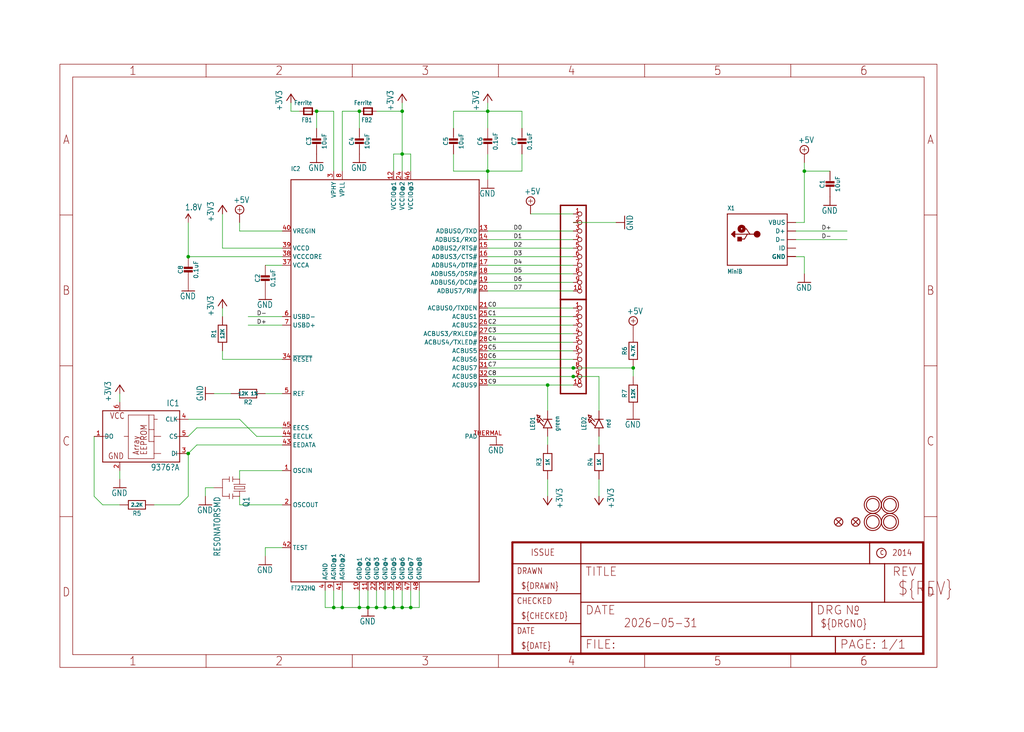
<source format=kicad_sch>
(kicad_sch (version 20230121) (generator eeschema)
  (paper "User" 303.962 217.322)
  (lib_symbols
    (symbol "working-eagle-import:+3V3" (power)
      (property "Value" "+3V3" (at -2.54 -5.08 90))
      (symbol "+3V3_1_0"
        (pin power_in line (at 0 -2.54 90) (length 2.54) (name "+3V3") (number "1"))
      )
    )
    (symbol "working-eagle-import:+5V" (power)
      (property "Value" "+5V" (at -1.905 3.175 0))
      (symbol "+5V_1_0"
        (pin power_in line (at 0 -2.54 90) (length 2.54) (name "+5V") (number "1"))
      )
    )
    (symbol "working-eagle-import:1.8V" (power)
      (property "Value" "1.8V" (at -1.016 3.556 0))
      (symbol "1.8V_1_0"
        (pin power_in line (at 0 0 90) (length 2.54) (name "1.8V") (number "1"))
      )
    )
    (symbol "working-eagle-import:9376?A"
      (property "Reference" "IC" (at -10.16 8.89 0))
      (symbol "9376?A_1_0"
        (text "Array" (at 3.81 -5.588 900) (effects (font (size 1.778 1.5113)) (justify left bottom)))
        (text "EEPROM" (at 1.524 -5.588 900) (effects (font (size 1.778 1.5113)) (justify left bottom)))
        (text "GND" (at 6.35 -6.858 0) (effects (font (size 1.778 1.5113)) (justify left bottom)))
        (text "VCC" (at 6.096 5.08 0) (effects (font (size 1.778 1.5113)) (justify left bottom)))
        (pin tri_state line (at 15.24 0 180) (length 2.54) (name "DO") (number "1"))
        (pin power_in line (at 7.62 -10.16 90) (length 2.54) (name "GND") (number "2"))
        (pin input line (at -12.7 -5.08 0) (length 2.54) (name "DI") (number "3"))
        (pin input line (at -12.7 5.08 0) (length 2.54) (name "CLK") (number "4"))
        (pin input line (at -12.7 0 0) (length 2.54) (name "CS") (number "5"))
        (pin power_in line (at 7.62 10.16 270) (length 2.54) (name "VCC") (number "6"))
      )
    )
    (symbol "working-eagle-import:CAP_CERAMIC0805-NOOUTLINE"
      (property "Reference" "C" (at -2.29 1.25 90))
      (symbol "CAP_CERAMIC0805-NOOUTLINE_1_0"
        (pin passive line (at 0 5.08 270) (length 2.54) (name "1") (number "1"))
        (pin passive line (at 0 -2.54 90) (length 2.54) (name "2") (number "2"))
      )
    )
    (symbol "working-eagle-import:FERRITE_0805"
      (property "Reference" "FB" (at -1.27 1.905 0))
      (symbol "FERRITE_0805_1_0"
        (pin passive line (at -2.54 0 0) (length 2.54) (name "P$1") (number "1"))
        (pin passive line (at 2.54 0 180) (length 2.54) (name "P$2") (number "2"))
      )
    )
    (symbol "working-eagle-import:FIDUCIAL{dblquote}{dblquote}")
    (symbol "working-eagle-import:FRAME_A4"
      (symbol "FRAME_A4_1_0"
        (text "1" (at 21.6958 1.905 0) (effects (font (size 2.54 2.286))))
        (text "1" (at 21.6958 177.165 0) (effects (font (size 2.54 2.286))))
        (text "2" (at 65.0875 1.905 0) (effects (font (size 2.54 2.286))))
        (text "2" (at 65.0875 177.165 0) (effects (font (size 2.54 2.286))))
        (text "3" (at 108.4792 1.905 0) (effects (font (size 2.54 2.286))))
        (text "3" (at 108.4792 177.165 0) (effects (font (size 2.54 2.286))))
        (text "4" (at 151.8708 1.905 0) (effects (font (size 2.54 2.286))))
        (text "4" (at 151.8708 177.165 0) (effects (font (size 2.54 2.286))))
        (text "5" (at 195.2625 1.905 0) (effects (font (size 2.54 2.286))))
        (text "5" (at 195.2625 177.165 0) (effects (font (size 2.54 2.286))))
        (text "6" (at 238.6542 1.905 0) (effects (font (size 2.54 2.286))))
        (text "6" (at 238.6542 177.165 0) (effects (font (size 2.54 2.286))))
        (text "A" (at 1.905 156.6863 0) (effects (font (size 2.54 2.286))))
        (text "A" (at 258.445 156.6863 0) (effects (font (size 2.54 2.286))))
        (text "B" (at 1.905 111.9188 0) (effects (font (size 2.54 2.286))))
        (text "B" (at 258.445 111.9188 0) (effects (font (size 2.54 2.286))))
        (text "C" (at 1.905 67.1513 0) (effects (font (size 2.54 2.286))))
        (text "C" (at 258.445 67.1513 0) (effects (font (size 2.54 2.286))))
        (text "D" (at 1.905 22.3838 0) (effects (font (size 2.54 2.286))))
        (text "D" (at 258.445 22.3838 0) (effects (font (size 2.54 2.286))))
      )
      (symbol "FRAME_A4_2_0"
        (text "${#}/${##}" (at 108.9152 2.8448 0) (effects (font (size 2.54 2.54)) (justify left bottom)))
        (text "${CHECKED}" (at 2.2352 11.7348 0) (effects (font (size 1.778 1.5113)) (justify left bottom)))
        (text "${COMPANY}" (at 23.349 29.6735 0) (effects (font (size 3.175 2.6987) (thickness 0.5397) bold) (justify left bottom)))
        (text "${CURRENT_DATE}" (at 32.7152 9.1948 0) (effects (font (size 2.54 2.159)) (justify left bottom)))
        (text "${DATE}" (at 2.2352 2.8448 0) (effects (font (size 1.778 1.5113)) (justify left bottom)))
        (text "${DRAWN}" (at 2.2352 20.6248 0) (effects (font (size 1.778 1.5113)) (justify left bottom)))
        (text "${DRGNO}" (at 91.1352 9.1948 0) (effects (font (size 2.1844 1.8567)) (justify left bottom)))
        (text "${PROJECTNAME}" (at 33.0327 2.8448 0) (effects (font (size 2.54 2.159)) (justify left bottom)))
        (text "${REV}" (at 113.9952 18.7198 0) (effects (font (size 3.81 3.2385)) (justify left bottom)))
        (text "2014" (at 112.4077 30.4673 0) (effects (font (size 1.778 1.5113)) (justify left bottom)))
        (text "C" (at 108.7564 30.7848 0) (effects (font (size 1.27 1.0795)) (justify left bottom)))
        (text "CHECKED" (at 0.9652 16.1798 0) (effects (font (size 1.778 1.5113)) (justify left bottom)))
        (text "DATE" (at 0.9652 7.2898 0) (effects (font (size 1.778 1.5113)) (justify left bottom)))
        (text "DATE" (at 21.2852 13.0048 0) (effects (font (size 2.54 2.54)) (justify left bottom)))
        (text "DRAWN" (at 0.9652 25.0698 0) (effects (font (size 1.778 1.5113)) (justify left bottom)))
        (text "DRG" (at 89.8652 13.0048 0) (effects (font (size 2.54 2.54)) (justify left bottom)))
        (text "FILE:" (at 21.2852 2.8448 0) (effects (font (size 2.54 2.54)) (justify left bottom)))
        (text "ISSUE" (at 5.0927 30.4673 0) (effects (font (size 1.9304 1.6408)) (justify left bottom)))
        (text "N" (at 98.4377 13.0048 0) (effects (font (size 2.54 2.54)) (justify left bottom)))
        (text "o" (at 100.9777 13.9573 0) (effects (font (size 2.1844 1.8567)) (justify left bottom)))
        (text "PAGE:" (at 96.8502 2.8448 0) (effects (font (size 2.54 2.54)) (justify left bottom)))
        (text "REV" (at 112.4077 24.4348 0) (effects (font (size 2.54 2.54)) (justify left bottom)))
        (text "TITLE" (at 21.2852 24.4348 0) (effects (font (size 2.54 2.54)) (justify left bottom)))
      )
    )
    (symbol "working-eagle-import:FT232HQ"
      (property "Reference" "IC" (at -30.48 55.88 0))
      (symbol "FT232HQ_1_0"
        (pin input line (at -33.02 -33.02 0) (length 2.54) (name "OSCIN") (number "1"))
        (pin power_in line (at -10.16 -68.58 90) (length 2.54) (name "GND@1") (number "10"))
        (pin power_in line (at -7.62 -68.58 90) (length 2.54) (name "GND@2") (number "11"))
        (pin power_in line (at 0 55.88 270) (length 2.54) (name "VCCIO@1") (number "12"))
        (pin output line (at 27.94 38.1 180) (length 2.54) (name "ADBUS0/TXD") (number "13"))
        (pin input line (at 27.94 35.56 180) (length 2.54) (name "ADBUS1/RXD") (number "14"))
        (pin output line (at 27.94 33.02 180) (length 2.54) (name "ADBUS2/RTS#") (number "15"))
        (pin input line (at 27.94 30.48 180) (length 2.54) (name "ADBUS3/CTS#") (number "16"))
        (pin output line (at 27.94 27.94 180) (length 2.54) (name "ADBUS4/DTR#") (number "17"))
        (pin input line (at 27.94 25.4 180) (length 2.54) (name "ADBUS5/DSR#") (number "18"))
        (pin input line (at 27.94 22.86 180) (length 2.54) (name "ADBUS6/DCD#") (number "19"))
        (pin output line (at -33.02 -43.18 0) (length 2.54) (name "OSCOUT") (number "2"))
        (pin input line (at 27.94 20.32 180) (length 2.54) (name "ADBUS7/RI#") (number "20"))
        (pin bidirectional line (at 27.94 15.24 180) (length 2.54) (name "ACBUS0/TXDEN") (number "21"))
        (pin power_in line (at -5.08 -68.58 90) (length 2.54) (name "GND@3") (number "22"))
        (pin power_in line (at -2.54 -68.58 90) (length 2.54) (name "GND@4") (number "23"))
        (pin power_in line (at 2.54 55.88 270) (length 2.54) (name "VCCIO@2") (number "24"))
        (pin bidirectional line (at 27.94 12.7 180) (length 2.54) (name "ACBUS1") (number "25"))
        (pin bidirectional line (at 27.94 10.16 180) (length 2.54) (name "ACBUS2") (number "26"))
        (pin bidirectional line (at 27.94 7.62 180) (length 2.54) (name "ACBUS3/RXLED#") (number "27"))
        (pin bidirectional line (at 27.94 5.08 180) (length 2.54) (name "ACBUS4/TXLED#") (number "28"))
        (pin bidirectional line (at 27.94 2.54 180) (length 2.54) (name "ACBUS5") (number "29"))
        (pin power_in line (at -17.78 55.88 270) (length 2.54) (name "VPHY") (number "3"))
        (pin bidirectional line (at 27.94 0 180) (length 2.54) (name "ACBUS6") (number "30"))
        (pin bidirectional line (at 27.94 -2.54 180) (length 2.54) (name "ACBUS7") (number "31"))
        (pin bidirectional line (at 27.94 -5.08 180) (length 2.54) (name "ACBUS8") (number "32"))
        (pin bidirectional line (at 27.94 -7.62 180) (length 2.54) (name "ACBUS9") (number "33"))
        (pin input line (at -33.02 0 0) (length 2.54) (name "~{RESET}") (number "34"))
        (pin power_in line (at 0 -68.58 90) (length 2.54) (name "GND@5") (number "35"))
        (pin power_in line (at 2.54 -68.58 90) (length 2.54) (name "GND@6") (number "36"))
        (pin power_in line (at -33.02 27.94 0) (length 2.54) (name "VCCA") (number "37"))
        (pin power_in line (at -33.02 30.48 0) (length 2.54) (name "VCCCORE") (number "38"))
        (pin power_in line (at -33.02 33.02 0) (length 2.54) (name "VCCD") (number "39"))
        (pin power_in line (at -20.32 -68.58 90) (length 2.54) (name "AGND") (number "4"))
        (pin power_in line (at -33.02 38.1 0) (length 2.54) (name "VREGIN") (number "40"))
        (pin power_in line (at -15.24 -68.58 90) (length 2.54) (name "AGND@2") (number "41"))
        (pin input line (at -33.02 -55.88 0) (length 2.54) (name "TEST") (number "42"))
        (pin bidirectional line (at -33.02 -25.4 0) (length 2.54) (name "EEDATA") (number "43"))
        (pin output line (at -33.02 -22.86 0) (length 2.54) (name "EECLK") (number "44"))
        (pin bidirectional line (at -33.02 -20.32 0) (length 2.54) (name "EECS") (number "45"))
        (pin power_in line (at 5.08 55.88 270) (length 2.54) (name "VCCIO@3") (number "46"))
        (pin power_in line (at 5.08 -68.58 90) (length 2.54) (name "GND@7") (number "47"))
        (pin power_in line (at 7.62 -68.58 90) (length 2.54) (name "GND@8") (number "48"))
        (pin input line (at -33.02 -10.16 0) (length 2.54) (name "REF") (number "5"))
        (pin bidirectional line (at -33.02 12.7 0) (length 2.54) (name "USBD-") (number "6"))
        (pin bidirectional line (at -33.02 10.16 0) (length 2.54) (name "USBD+") (number "7"))
        (pin power_in line (at -15.24 55.88 270) (length 2.54) (name "VPLL") (number "8"))
        (pin power_in line (at -17.78 -68.58 90) (length 2.54) (name "AGND@1") (number "9"))
        (pin passive line (at 30.48 -22.86 180) (length 5.08) (name "PAD") (number "THERMAL"))
      )
    )
    (symbol "working-eagle-import:GND" (power)
      (property "Value" "GND" (at -2.54 -2.54 0))
      (symbol "GND_1_0"
        (pin power_in line (at 0 2.54 270) (length 2.54) (name "GND") (number "1"))
      )
    )
    (symbol "working-eagle-import:LED0805_NOOUTLINE"
      (property "Reference" "D" (at -1.27 4.445 0))
      (symbol "LED0805_NOOUTLINE_1_0"
        (pin passive line (at -5.08 0 0) (length 2.54) (name "A") (number "A"))
        (pin passive line (at 2.54 0 180) (length 2.54) (name "C") (number "C"))
      )
    )
    (symbol "working-eagle-import:MOUNTINGHOLE2.5")
    (symbol "working-eagle-import:PINHD-1X10"
      (symbol "PINHD-1X10_1_0"
        (pin passive inverted (at -2.54 10.16 0) (length 2.54) (name "1") (number "1"))
        (pin passive inverted (at -2.54 -12.7 0) (length 2.54) (name "10") (number "10"))
        (pin passive inverted (at -2.54 7.62 0) (length 2.54) (name "2") (number "2"))
        (pin passive inverted (at -2.54 5.08 0) (length 2.54) (name "3") (number "3"))
        (pin passive inverted (at -2.54 2.54 0) (length 2.54) (name "4") (number "4"))
        (pin passive inverted (at -2.54 0 0) (length 2.54) (name "5") (number "5"))
        (pin passive inverted (at -2.54 -2.54 0) (length 2.54) (name "6") (number "6"))
        (pin passive inverted (at -2.54 -5.08 0) (length 2.54) (name "7") (number "7"))
        (pin passive inverted (at -2.54 -7.62 0) (length 2.54) (name "8") (number "8"))
        (pin passive inverted (at -2.54 -10.16 0) (length 2.54) (name "9") (number "9"))
      )
    )
    (symbol "working-eagle-import:RESISTOR0805_NOOUTLINE"
      (property "Reference" "R" (at 0 2.54 0))
      (symbol "RESISTOR0805_NOOUTLINE_1_0"
        (pin passive line (at -5.08 0 0) (length 2.54) (name "1") (number "1"))
        (pin passive line (at 5.08 0 180) (length 2.54) (name "2") (number "2"))
      )
    )
    (symbol "working-eagle-import:RESISTOR_0805MP"
      (property "Reference" "R" (at 0 2.54 0))
      (symbol "RESISTOR_0805MP_1_0"
        (pin passive line (at -5.08 0 0) (length 2.54) (name "1") (number "1"))
        (pin passive line (at 5.08 0 180) (length 2.54) (name "2") (number "2"))
      )
    )
    (symbol "working-eagle-import:RESONATORSMD"
      (property "Reference" "Y" (at 2.54 1.016 0))
      (symbol "RESONATORSMD_1_0"
        (pin passive line (at -2.54 0 0) (length 0) (name "1") (number "1"))
        (pin passive line (at 0 -7.62 90) (length 0) (name "2") (number "2"))
        (pin passive line (at 2.54 0 180) (length 0) (name "3") (number "3"))
      )
    )
    (symbol "working-eagle-import:USBMICRO_20329"
      (property "Reference" "X" (at -10.16 8.636 0))
      (symbol "USBMICRO_20329_1_0"
        (pin power_in line (at 10.16 -5.08 180) (length 2.54) (name "GND") (number "BASE@1"))
        (pin power_in line (at 10.16 -5.08 180) (length 2.54) (name "GND") (number "BASE@2"))
        (pin bidirectional line (at 10.16 2.54 180) (length 2.54) (name "D+") (number "D+"))
        (pin bidirectional line (at 10.16 0 180) (length 2.54) (name "D-") (number "D-"))
        (pin power_in line (at 10.16 -5.08 180) (length 2.54) (name "GND") (number "GND"))
        (pin bidirectional line (at 10.16 -2.54 180) (length 2.54) (name "ID") (number "ID"))
        (pin power_in line (at 10.16 -5.08 180) (length 2.54) (name "GND") (number "SPRT@1"))
        (pin power_in line (at 10.16 -5.08 180) (length 2.54) (name "GND") (number "SPRT@2"))
        (pin power_in line (at 10.16 -5.08 180) (length 2.54) (name "GND") (number "SPRT@3"))
        (pin power_in line (at 10.16 -5.08 180) (length 2.54) (name "GND") (number "SPRT@4"))
        (pin power_in line (at 10.16 5.08 180) (length 2.54) (name "VBUS") (number "VBUS"))
      )
    )
  )
  (junction (at 170.18 111.76))
  (junction (at 187.96 109.22))
  (junction (at 170.18 109.22))
  (junction (at 55.88 76.2))
  (junction (at 119.38 33.02))
  (junction (at 93.98 33.02))
  (junction (at 121.92 180.34))
  (junction (at 116.84 180.34))
  (junction (at 111.76 180.34))
  (junction (at 55.88 134.62))
  (junction (at 238.76 50.8))
  (junction (at 109.22 180.34))
  (junction (at 106.68 33.02))
  (junction (at 114.3 180.34))
  (junction (at 101.6 180.34))
  (junction (at 162.56 114.3))
  (junction (at 119.38 180.34))
  (junction (at 99.06 180.34))
  (junction (at 144.78 33.02))
  (junction (at 106.68 180.34))
  (junction (at 144.78 50.8))
  (junction (at 119.38 45.72))
  (wire (pts (xy 144.78 106.68) (xy 170.18 106.68)) (stroke (width 0.1524)))
  (wire (pts (xy 119.38 33.02) (xy 119.38 30.48)) (stroke (width 0.1524)))
  (wire (pts (xy 170.18 109.22) (xy 187.96 109.22)) (stroke (width 0.1524)))
  (wire (pts (xy 238.76 50.8) (xy 246.38 50.8)) (stroke (width 0.1524)))
  (wire (pts (xy 106.68 33.02) (xy 101.6 33.02)) (stroke (width 0.1524)))
  (wire (pts (xy 170.18 86.36) (xy 144.78 86.36)) (stroke (width 0.1524)))
  (wire (pts (xy 76.2 129.54) (xy 83.82 129.54)) (stroke (width 0.1524)))
  (wire (pts (xy 96.52 180.34) (xy 99.06 180.34)) (stroke (width 0.1524)))
  (wire (pts (xy 111.76 175.26) (xy 111.76 180.34)) (stroke (width 0.1524)))
  (wire (pts (xy 106.68 38.1) (xy 106.68 33.02)) (stroke (width 0.1524)))
  (wire (pts (xy 78.74 116.84) (xy 83.82 116.84)) (stroke (width 0.1524)))
  (wire (pts (xy 177.8 147.32) (xy 177.8 142.24)) (stroke (width 0.1524)))
  (wire (pts (xy 83.82 93.98) (xy 73.66 93.98)) (stroke (width 0.1524)))
  (wire (pts (xy 30.48 149.86) (xy 35.56 149.86)) (stroke (width 0.1524)))
  (wire (pts (xy 114.3 180.34) (xy 116.84 180.34)) (stroke (width 0.1524)))
  (wire (pts (xy 170.18 68.58) (xy 144.78 68.58)) (stroke (width 0.1524)))
  (wire (pts (xy 134.62 45.72) (xy 134.62 50.8)) (stroke (width 0.1524)))
  (wire (pts (xy 111.76 180.34) (xy 114.3 180.34)) (stroke (width 0.1524)))
  (wire (pts (xy 66.04 106.68) (xy 66.04 104.14)) (stroke (width 0.1524)))
  (wire (pts (xy 119.38 50.8) (xy 119.38 45.72)) (stroke (width 0.1524)))
  (wire (pts (xy 101.6 180.34) (xy 106.68 180.34)) (stroke (width 0.1524)))
  (wire (pts (xy 134.62 50.8) (xy 144.78 50.8)) (stroke (width 0.1524)))
  (wire (pts (xy 154.94 33.02) (xy 154.94 38.1)) (stroke (width 0.1524)))
  (wire (pts (xy 55.88 76.2) (xy 55.88 66.04)) (stroke (width 0.1524)))
  (wire (pts (xy 109.22 175.26) (xy 109.22 180.34)) (stroke (width 0.1524)))
  (wire (pts (xy 83.82 73.66) (xy 66.04 73.66)) (stroke (width 0.1524)))
  (wire (pts (xy 162.56 147.32) (xy 162.56 142.24)) (stroke (width 0.1524)))
  (wire (pts (xy 116.84 50.8) (xy 116.84 45.72)) (stroke (width 0.1524)))
  (wire (pts (xy 27.94 129.54) (xy 27.94 147.32)) (stroke (width 0.1524)))
  (wire (pts (xy 55.88 147.32) (xy 55.88 134.62)) (stroke (width 0.1524)))
  (wire (pts (xy 35.56 119.38) (xy 35.56 116.84)) (stroke (width 0.1524)))
  (wire (pts (xy 86.36 33.02) (xy 86.36 30.48)) (stroke (width 0.1524)))
  (wire (pts (xy 116.84 180.34) (xy 119.38 180.34)) (stroke (width 0.1524)))
  (wire (pts (xy 99.06 50.8) (xy 99.06 33.02)) (stroke (width 0.1524)))
  (wire (pts (xy 144.78 33.02) (xy 144.78 38.1)) (stroke (width 0.1524)))
  (wire (pts (xy 144.78 50.8) (xy 144.78 45.72)) (stroke (width 0.1524)))
  (wire (pts (xy 177.8 129.54) (xy 177.8 132.08)) (stroke (width 0.1524)))
  (wire (pts (xy 58.42 127) (xy 83.82 127)) (stroke (width 0.1524)))
  (wire (pts (xy 134.62 33.02) (xy 144.78 33.02)) (stroke (width 0.1524)))
  (wire (pts (xy 93.98 38.1) (xy 93.98 33.02)) (stroke (width 0.1524)))
  (wire (pts (xy 121.92 175.26) (xy 121.92 180.34)) (stroke (width 0.1524)))
  (wire (pts (xy 144.78 91.44) (xy 170.18 91.44)) (stroke (width 0.1524)))
  (wire (pts (xy 27.94 147.32) (xy 30.48 149.86)) (stroke (width 0.1524)))
  (wire (pts (xy 121.92 180.34) (xy 124.46 180.34)) (stroke (width 0.1524)))
  (wire (pts (xy 170.18 81.28) (xy 144.78 81.28)) (stroke (width 0.1524)))
  (wire (pts (xy 55.88 129.54) (xy 58.42 127)) (stroke (width 0.1524)))
  (wire (pts (xy 144.78 50.8) (xy 154.94 50.8)) (stroke (width 0.1524)))
  (wire (pts (xy 83.82 68.58) (xy 71.12 68.58)) (stroke (width 0.1524)))
  (wire (pts (xy 63.5 144.78) (xy 60.96 144.78)) (stroke (width 0.1524)))
  (wire (pts (xy 144.78 109.22) (xy 170.18 109.22)) (stroke (width 0.1524)))
  (wire (pts (xy 170.18 78.74) (xy 144.78 78.74)) (stroke (width 0.1524)))
  (wire (pts (xy 114.3 180.34) (xy 114.3 175.26)) (stroke (width 0.1524)))
  (wire (pts (xy 66.04 93.98) (xy 66.04 91.44)) (stroke (width 0.1524)))
  (wire (pts (xy 71.12 139.7) (xy 83.82 139.7)) (stroke (width 0.1524)))
  (wire (pts (xy 109.22 180.34) (xy 111.76 180.34)) (stroke (width 0.1524)))
  (wire (pts (xy 177.8 111.76) (xy 177.8 121.92)) (stroke (width 0.1524)))
  (wire (pts (xy 83.82 76.2) (xy 55.88 76.2)) (stroke (width 0.1524)))
  (wire (pts (xy 144.78 96.52) (xy 170.18 96.52)) (stroke (width 0.1524)))
  (wire (pts (xy 144.78 101.6) (xy 170.18 101.6)) (stroke (width 0.1524)))
  (wire (pts (xy 53.34 149.86) (xy 55.88 147.32)) (stroke (width 0.1524)))
  (wire (pts (xy 45.72 149.86) (xy 53.34 149.86)) (stroke (width 0.1524)))
  (wire (pts (xy 134.62 33.02) (xy 134.62 38.1)) (stroke (width 0.1524)))
  (wire (pts (xy 83.82 106.68) (xy 66.04 106.68)) (stroke (width 0.1524)))
  (wire (pts (xy 99.06 175.26) (xy 99.06 180.34)) (stroke (width 0.1524)))
  (wire (pts (xy 116.84 45.72) (xy 119.38 45.72)) (stroke (width 0.1524)))
  (wire (pts (xy 236.22 66.04) (xy 238.76 66.04)) (stroke (width 0.1524)))
  (wire (pts (xy 99.06 180.34) (xy 101.6 180.34)) (stroke (width 0.1524)))
  (wire (pts (xy 170.18 104.14) (xy 144.78 104.14)) (stroke (width 0.1524)))
  (wire (pts (xy 35.56 142.24) (xy 35.56 139.7)) (stroke (width 0.1524)))
  (wire (pts (xy 55.88 134.62) (xy 58.42 132.08)) (stroke (width 0.1524)))
  (wire (pts (xy 170.18 111.76) (xy 177.8 111.76)) (stroke (width 0.1524)))
  (wire (pts (xy 78.74 162.56) (xy 78.74 165.1)) (stroke (width 0.1524)))
  (wire (pts (xy 170.18 99.06) (xy 144.78 99.06)) (stroke (width 0.1524)))
  (wire (pts (xy 170.18 93.98) (xy 144.78 93.98)) (stroke (width 0.1524)))
  (wire (pts (xy 73.66 96.52) (xy 83.82 96.52)) (stroke (width 0.1524)))
  (wire (pts (xy 121.92 45.72) (xy 121.92 50.8)) (stroke (width 0.1524)))
  (wire (pts (xy 119.38 33.02) (xy 119.38 45.72)) (stroke (width 0.1524)))
  (wire (pts (xy 187.96 111.76) (xy 187.96 109.22)) (stroke (width 0.1524)))
  (wire (pts (xy 55.88 124.46) (xy 71.12 124.46)) (stroke (width 0.1524)))
  (wire (pts (xy 83.82 162.56) (xy 78.74 162.56)) (stroke (width 0.1524)))
  (wire (pts (xy 144.78 33.02) (xy 154.94 33.02)) (stroke (width 0.1524)))
  (wire (pts (xy 144.78 111.76) (xy 170.18 111.76)) (stroke (width 0.1524)))
  (wire (pts (xy 71.12 124.46) (xy 76.2 129.54)) (stroke (width 0.1524)))
  (wire (pts (xy 162.56 114.3) (xy 162.56 121.92)) (stroke (width 0.1524)))
  (wire (pts (xy 88.9 33.02) (xy 86.36 33.02)) (stroke (width 0.1524)))
  (wire (pts (xy 106.68 180.34) (xy 109.22 180.34)) (stroke (width 0.1524)))
  (wire (pts (xy 170.18 73.66) (xy 144.78 73.66)) (stroke (width 0.1524)))
  (wire (pts (xy 71.12 142.24) (xy 71.12 139.7)) (stroke (width 0.1524)))
  (wire (pts (xy 71.12 68.58) (xy 71.12 66.04)) (stroke (width 0.1524)))
  (wire (pts (xy 101.6 175.26) (xy 101.6 180.34)) (stroke (width 0.1524)))
  (wire (pts (xy 144.78 30.48) (xy 144.78 33.02)) (stroke (width 0.1524)))
  (wire (pts (xy 157.48 63.5) (xy 170.18 63.5)) (stroke (width 0.1524)))
  (wire (pts (xy 162.56 129.54) (xy 162.56 132.08)) (stroke (width 0.1524)))
  (wire (pts (xy 101.6 33.02) (xy 101.6 50.8)) (stroke (width 0.1524)))
  (wire (pts (xy 99.06 33.02) (xy 93.98 33.02)) (stroke (width 0.1524)))
  (wire (pts (xy 96.52 175.26) (xy 96.52 180.34)) (stroke (width 0.1524)))
  (wire (pts (xy 170.18 71.12) (xy 144.78 71.12)) (stroke (width 0.1524)))
  (wire (pts (xy 236.22 76.2) (xy 238.76 76.2)) (stroke (width 0.1524)))
  (wire (pts (xy 238.76 66.04) (xy 238.76 50.8)) (stroke (width 0.1524)))
  (wire (pts (xy 71.12 147.32) (xy 71.12 149.86)) (stroke (width 0.1524)))
  (wire (pts (xy 58.42 132.08) (xy 83.82 132.08)) (stroke (width 0.1524)))
  (wire (pts (xy 119.38 180.34) (xy 119.38 175.26)) (stroke (width 0.1524)))
  (wire (pts (xy 144.78 114.3) (xy 162.56 114.3)) (stroke (width 0.1524)))
  (wire (pts (xy 119.38 180.34) (xy 121.92 180.34)) (stroke (width 0.1524)))
  (wire (pts (xy 144.78 50.8) (xy 144.78 53.34)) (stroke (width 0.1524)))
  (wire (pts (xy 182.88 66.04) (xy 170.18 66.04)) (stroke (width 0.1524)))
  (wire (pts (xy 71.12 149.86) (xy 83.82 149.86)) (stroke (width 0.1524)))
  (wire (pts (xy 236.22 71.12) (xy 251.46 71.12)) (stroke (width 0.1524)))
  (wire (pts (xy 124.46 180.34) (xy 124.46 175.26)) (stroke (width 0.1524)))
  (wire (pts (xy 238.76 76.2) (xy 238.76 81.28)) (stroke (width 0.1524)))
  (wire (pts (xy 66.04 73.66) (xy 66.04 63.5)) (stroke (width 0.1524)))
  (wire (pts (xy 111.76 33.02) (xy 119.38 33.02)) (stroke (width 0.1524)))
  (wire (pts (xy 60.96 144.78) (xy 60.96 147.32)) (stroke (width 0.1524)))
  (wire (pts (xy 106.68 175.26) (xy 106.68 180.34)) (stroke (width 0.1524)))
  (wire (pts (xy 236.22 68.58) (xy 251.46 68.58)) (stroke (width 0.1524)))
  (wire (pts (xy 154.94 50.8) (xy 154.94 45.72)) (stroke (width 0.1524)))
  (wire (pts (xy 170.18 83.82) (xy 144.78 83.82)) (stroke (width 0.1524)))
  (wire (pts (xy 238.76 50.8) (xy 238.76 48.26)) (stroke (width 0.1524)))
  (wire (pts (xy 170.18 76.2) (xy 144.78 76.2)) (stroke (width 0.1524)))
  (wire (pts (xy 116.84 175.26) (xy 116.84 180.34)) (stroke (width 0.1524)))
  (wire (pts (xy 170.18 114.3) (xy 162.56 114.3)) (stroke (width 0.1524)))
  (wire (pts (xy 119.38 45.72) (xy 121.92 45.72)) (stroke (width 0.1524)))
  (wire (pts (xy 68.58 116.84) (xy 63.5 116.84)) (stroke (width 0.1524)))
  (wire (pts (xy 78.74 78.74) (xy 83.82 78.74)) (stroke (width 0.1524)))
  (label "C0" (at 144.78 91.44 0) (effects (font (size 1.2446 1.2446))))
  (label "D-" (at 76.2 93.98 0) (effects (font (size 1.2446 1.2446))))
  (label "D+" (at 76.2 96.52 0) (effects (font (size 1.2446 1.2446))))
  (label "C8" (at 144.78 111.76 0) (effects (font (size 1.2446 1.2446))))
  (label "C3" (at 144.78 99.06 0) (effects (font (size 1.2446 1.2446))))
  (label "C5" (at 144.78 104.14 0) (effects (font (size 1.2446 1.2446))))
  (label "D5" (at 152.4 81.28 0) (effects (font (size 1.2446 1.2446))))
  (label "C4" (at 144.78 101.6 0) (effects (font (size 1.2446 1.2446))))
  (label "C2" (at 144.78 96.52 0) (effects (font (size 1.2446 1.2446))))
  (label "D7" (at 152.4 86.36 0) (effects (font (size 1.2446 1.2446))))
  (label "C6" (at 144.78 106.68 0) (effects (font (size 1.2446 1.2446))))
  (label "C1" (at 144.78 93.98 0) (effects (font (size 1.2446 1.2446))))
  (label "D6" (at 152.4 83.82 0) (effects (font (size 1.2446 1.2446))))
  (label "D2" (at 152.4 73.66 0) (effects (font (size 1.2446 1.2446))))
  (label "D3" (at 152.4 76.2 0) (effects (font (size 1.2446 1.2446))))
  (label "C7" (at 144.78 109.22 0) (effects (font (size 1.2446 1.2446))))
  (label "C9" (at 144.78 114.3 0) (effects (font (size 1.2446 1.2446))))
  (label "D0" (at 152.4 68.58 0) (effects (font (size 1.2446 1.2446))))
  (label "D+" (at 243.84 68.58 0) (effects (font (size 1.2446 1.2446))))
  (label "D-" (at 243.84 71.12 0) (effects (font (size 1.2446 1.2446))))
  (label "D4" (at 152.4 78.74 0) (effects (font (size 1.2446 1.2446))))
  (label "D1" (at 152.4 71.12 0) (effects (font (size 1.2446 1.2446))))
  (symbol (lib_id "working-eagle-import:PINHD-1X10") (at 172.72 73.66 0) (unit 1)
    (property "Reference" "U$2" (effects hide))
    (property "Value" "PINHD-1X10" (effects hide))
    (property "Footprint" "working:1X10-BIG" (effects hide))
  )
  (symbol (lib_id "working-eagle-import:FRAME_A4") (at 152.4 195.58 0) (unit 2)
    (property "Reference" "#FRAME1" (effects hide))
    (property "Value" "FRAME_A4" (effects hide))
  )
  (symbol (lib_id "working-eagle-import:GND") (at 187.96 124.46 0) (unit 1)
    (property "Reference" "#GND13" (effects hide))
    (property "Value" "GND" (at 185.42 127 0) (effects (font (size 1.778 1.5113)) (justify left bottom)))
  )
  (symbol (lib_id "working-eagle-import:1.8V") (at 55.88 66.04 0) (unit 1)
    (property "Reference" "#U$1" (effects hide))
    (property "Value" "1.8V" (at 54.864 62.484 0) (effects (font (size 1.778 1.5113)) (justify left bottom)))
  )
  (symbol (lib_id "working-eagle-import:FIDUCIAL{dblquote}{dblquote}") (at 248.92 154.94 0) (unit 1)
    (property "Reference" "FID1" (effects hide))
    (property "Value" "FIDUCIAL{dblquote}{dblquote}" (effects hide))
    (property "Footprint" "working:FIDUCIAL_1MM" (effects hide))
  )
  (symbol (lib_id "working-eagle-import:GND") (at 60.96 116.84 270) (unit 1)
    (property "Reference" "#GND11" (effects hide))
    (property "Value" "GND" (at 58.42 114.3 0) (effects (font (size 1.778 1.5113)) (justify left bottom)))
  )
  (symbol (lib_id "working-eagle-import:CAP_CERAMIC0805-NOOUTLINE") (at 154.94 43.18 0) (unit 1)
    (property "Reference" "C7" (at 152.65 41.93 90))
    (property "Value" "0.1uF" (at 157.24 41.93 90))
    (property "Footprint" "working:0805-NO" (effects hide))
  )
  (symbol (lib_id "working-eagle-import:+3V3") (at 66.04 88.9 0) (unit 1)
    (property "Reference" "#+3V6" (effects hide))
    (property "Value" "+3V3" (at 63.5 93.98 90) (effects (font (size 1.778 1.5113)) (justify left bottom)))
  )
  (symbol (lib_id "working-eagle-import:GND") (at 185.42 66.04 90) (unit 1)
    (property "Reference" "#GND14" (effects hide))
    (property "Value" "GND" (at 187.96 68.58 0) (effects (font (size 1.778 1.5113)) (justify left bottom)))
  )
  (symbol (lib_id "working-eagle-import:RESISTOR0805_NOOUTLINE") (at 177.8 137.16 90) (unit 1)
    (property "Reference" "R4" (at 175.26 137.16 0))
    (property "Value" "1K" (at 177.8 137.16 0) (effects (font (size 1.016 1.016) bold)))
    (property "Footprint" "working:0805-NO" (effects hide))
  )
  (symbol (lib_id "working-eagle-import:FRAME_A4") (at 17.78 198.12 0) (unit 1)
    (property "Reference" "#FRAME1" (effects hide))
    (property "Value" "FRAME_A4" (effects hide))
  )
  (symbol (lib_id "working-eagle-import:GND") (at 78.74 88.9 0) (unit 1)
    (property "Reference" "#GND6" (effects hide))
    (property "Value" "GND" (at 76.2 91.44 0) (effects (font (size 1.778 1.5113)) (justify left bottom)))
  )
  (symbol (lib_id "working-eagle-import:+3V3") (at 162.56 149.86 180) (unit 1)
    (property "Reference" "#+3V1" (effects hide))
    (property "Value" "+3V3" (at 165.1 144.78 90) (effects (font (size 1.778 1.5113)) (justify left bottom)))
  )
  (symbol (lib_id "working-eagle-import:CAP_CERAMIC0805-NOOUTLINE") (at 134.62 43.18 0) (unit 1)
    (property "Reference" "C5" (at 132.33 41.93 90))
    (property "Value" "10uF" (at 136.92 41.93 90))
    (property "Footprint" "working:0805-NO" (effects hide))
  )
  (symbol (lib_id "working-eagle-import:RESISTOR_0805MP") (at 40.64 149.86 180) (unit 1)
    (property "Reference" "R5" (at 40.64 152.4 0))
    (property "Value" "2.2K" (at 40.64 149.86 0) (effects (font (size 1.016 1.016) bold)))
    (property "Footprint" "working:_0805MP" (effects hide))
  )
  (symbol (lib_id "working-eagle-import:RESISTOR0805_NOOUTLINE") (at 187.96 116.84 90) (unit 1)
    (property "Reference" "R7" (at 185.42 116.84 0))
    (property "Value" "12K" (at 187.96 116.84 0) (effects (font (size 1.016 1.016) bold)))
    (property "Footprint" "working:0805-NO" (effects hide))
  )
  (symbol (lib_id "working-eagle-import:+3V3") (at 35.56 114.3 0) (unit 1)
    (property "Reference" "#+3V8" (effects hide))
    (property "Value" "+3V3" (at 33.02 119.38 90) (effects (font (size 1.778 1.5113)) (justify left bottom)))
  )
  (symbol (lib_id "working-eagle-import:9376?A") (at 43.18 129.54 0) (mirror y) (unit 1)
    (property "Reference" "IC1" (at 53.34 120.65 0) (effects (font (size 1.778 1.5113)) (justify left bottom)))
    (property "Value" "9376?A" (at 53.34 139.7 0) (effects (font (size 1.778 1.5113)) (justify left bottom)))
    (property "Footprint" "working:SOT23-6" (effects hide))
  )
  (symbol (lib_id "working-eagle-import:GND") (at 106.68 48.26 0) (unit 1)
    (property "Reference" "#GND8" (effects hide))
    (property "Value" "GND" (at 104.14 50.8 0) (effects (font (size 1.778 1.5113)) (justify left bottom)))
  )
  (symbol (lib_id "working-eagle-import:CAP_CERAMIC0805-NOOUTLINE") (at 55.88 81.28 0) (unit 1)
    (property "Reference" "C8" (at 53.59 80.03 90))
    (property "Value" "0.1uF" (at 58.18 80.03 90))
    (property "Footprint" "working:0805-NO" (effects hide))
  )
  (symbol (lib_id "working-eagle-import:MOUNTINGHOLE2.5") (at 264.16 154.94 0) (unit 1)
    (property "Reference" "U$7" (effects hide))
    (property "Value" "MOUNTINGHOLE2.5" (effects hide))
    (property "Footprint" "working:MOUNTINGHOLE_2.5_PLATED" (effects hide))
  )
  (symbol (lib_id "working-eagle-import:MOUNTINGHOLE2.5") (at 259.08 154.94 0) (unit 1)
    (property "Reference" "U$4" (effects hide))
    (property "Value" "MOUNTINGHOLE2.5" (effects hide))
    (property "Footprint" "working:MOUNTINGHOLE_2.5_PLATED" (effects hide))
  )
  (symbol (lib_id "working-eagle-import:RESONATORSMD") (at 71.12 144.78 270) (unit 1)
    (property "Reference" "Q1" (at 72.136 147.32 0) (effects (font (size 1.778 1.5113)) (justify left bottom)))
    (property "Value" "RESONATORSMD" (at 63.5 147.32 0) (effects (font (size 1.778 1.5113)) (justify left bottom)))
    (property "Footprint" "working:RESONATOR-SMD" (effects hide))
  )
  (symbol (lib_id "working-eagle-import:CAP_CERAMIC0805-NOOUTLINE") (at 246.38 55.88 0) (unit 1)
    (property "Reference" "C1" (at 244.09 54.63 90))
    (property "Value" "10uF" (at 248.68 54.63 90))
    (property "Footprint" "working:0805-NO" (effects hide))
  )
  (symbol (lib_id "working-eagle-import:LED0805_NOOUTLINE") (at 162.56 124.46 90) (unit 1)
    (property "Reference" "LED1" (at 158.115 125.73 0) (effects (font (size 1.27 1.0795))))
    (property "Value" "green" (at 165.354 125.73 0) (effects (font (size 1.27 1.0795))))
    (property "Footprint" "working:CHIPLED_0805_NOOUTLINE" (effects hide))
  )
  (symbol (lib_id "working-eagle-import:PINHD-1X10") (at 172.72 101.6 0) (unit 1)
    (property "Reference" "U$3" (effects hide))
    (property "Value" "PINHD-1X10" (effects hide))
    (property "Footprint" "working:1X10-BIG" (effects hide))
  )
  (symbol (lib_id "working-eagle-import:MOUNTINGHOLE2.5") (at 259.08 149.86 0) (unit 1)
    (property "Reference" "U$6" (effects hide))
    (property "Value" "MOUNTINGHOLE2.5" (effects hide))
    (property "Footprint" "working:MOUNTINGHOLE_2.5_PLATED" (effects hide))
    (property "BOM" "EXCLUDE" (effects hide))
  )
  (symbol (lib_id "working-eagle-import:GND") (at 93.98 48.26 0) (unit 1)
    (property "Reference" "#GND7" (effects hide))
    (property "Value" "GND" (at 91.44 50.8 0) (effects (font (size 1.778 1.5113)) (justify left bottom)))
  )
  (symbol (lib_id "working-eagle-import:+3V3") (at 66.04 60.96 0) (unit 1)
    (property "Reference" "#+3V2" (effects hide))
    (property "Value" "+3V3" (at 63.5 66.04 90) (effects (font (size 1.778 1.5113)) (justify left bottom)))
  )
  (symbol (lib_id "working-eagle-import:+3V3") (at 177.8 149.86 180) (unit 1)
    (property "Reference" "#+3V7" (effects hide))
    (property "Value" "+3V3" (at 180.34 144.78 90) (effects (font (size 1.778 1.5113)) (justify left bottom)))
  )
  (symbol (lib_id "working-eagle-import:+3V3") (at 86.36 27.94 0) (unit 1)
    (property "Reference" "#+3V3" (effects hide))
    (property "Value" "+3V3" (at 83.82 33.02 90) (effects (font (size 1.778 1.5113)) (justify left bottom)))
  )
  (symbol (lib_id "working-eagle-import:GND") (at 147.32 132.08 0) (unit 1)
    (property "Reference" "#GND15" (effects hide))
    (property "Value" "GND" (at 144.78 134.62 0) (effects (font (size 1.778 1.5113)) (justify left bottom)))
  )
  (symbol (lib_id "working-eagle-import:LED0805_NOOUTLINE") (at 177.8 124.46 90) (unit 1)
    (property "Reference" "LED2" (at 173.355 125.73 0) (effects (font (size 1.27 1.0795))))
    (property "Value" "red" (at 180.594 125.73 0) (effects (font (size 1.27 1.0795))))
    (property "Footprint" "working:CHIPLED_0805_NOOUTLINE" (effects hide))
  )
  (symbol (lib_id "working-eagle-import:GND") (at 144.78 55.88 0) (unit 1)
    (property "Reference" "#GND9" (effects hide))
    (property "Value" "GND" (at 142.24 58.42 0) (effects (font (size 1.778 1.5113)) (justify left bottom)))
  )
  (symbol (lib_id "working-eagle-import:+3V3") (at 144.78 27.94 0) (unit 1)
    (property "Reference" "#+3V5" (effects hide))
    (property "Value" "+3V3" (at 142.24 33.02 90) (effects (font (size 1.778 1.5113)) (justify left bottom)))
  )
  (symbol (lib_id "working-eagle-import:+5V") (at 71.12 63.5 0) (unit 1)
    (property "Reference" "#SUPPLY2" (effects hide))
    (property "Value" "+5V" (at 69.215 60.325 0) (effects (font (size 1.778 1.5113)) (justify left bottom)))
  )
  (symbol (lib_id "working-eagle-import:GND") (at 109.22 182.88 0) (unit 1)
    (property "Reference" "#GND2" (effects hide))
    (property "Value" "GND" (at 106.68 185.42 0) (effects (font (size 1.778 1.5113)) (justify left bottom)))
  )
  (symbol (lib_id "working-eagle-import:+5V") (at 238.76 45.72 0) (unit 1)
    (property "Reference" "#SUPPLY1" (effects hide))
    (property "Value" "+5V" (at 236.855 42.545 0) (effects (font (size 1.778 1.5113)) (justify left bottom)))
  )
  (symbol (lib_id "working-eagle-import:GND") (at 246.38 60.96 0) (unit 1)
    (property "Reference" "#GND5" (effects hide))
    (property "Value" "GND" (at 243.84 63.5 0) (effects (font (size 1.778 1.5113)) (justify left bottom)))
  )
  (symbol (lib_id "working-eagle-import:USBMICRO_20329") (at 226.06 71.12 0) (unit 1)
    (property "Reference" "X1" (at 215.9 62.484 0) (effects (font (size 1.27 1.0795)) (justify left bottom)))
    (property "Value" "MiniB" (at 215.9 81.28 0) (effects (font (size 1.27 1.0795)) (justify left bottom)))
    (property "Footprint" "working:4UCONN_20329" (effects hide))
  )
  (symbol (lib_id "working-eagle-import:MOUNTINGHOLE2.5") (at 264.16 149.86 0) (unit 1)
    (property "Reference" "U$5" (effects hide))
    (property "Value" "MOUNTINGHOLE2.5" (effects hide))
    (property "Footprint" "working:MOUNTINGHOLE_2.5_PLATED" (effects hide))
  )
  (symbol (lib_id "working-eagle-import:RESISTOR0805_NOOUTLINE") (at 187.96 104.14 90) (unit 1)
    (property "Reference" "R6" (at 185.42 104.14 0))
    (property "Value" "4.7K" (at 187.96 104.14 0) (effects (font (size 1.016 1.016) bold)))
    (property "Footprint" "working:0805-NO" (effects hide))
  )
  (symbol (lib_id "working-eagle-import:GND") (at 78.74 167.64 0) (unit 1)
    (property "Reference" "#GND3" (effects hide))
    (property "Value" "GND" (at 76.2 170.18 0) (effects (font (size 1.778 1.5113)) (justify left bottom)))
  )
  (symbol (lib_id "working-eagle-import:FERRITE_0805") (at 109.22 33.02 180) (unit 1)
    (property "Reference" "FB2" (at 110.49 34.925 0) (effects (font (size 1.27 1.0795)) (justify left bottom)))
    (property "Value" "Ferrite" (at 110.49 29.845 0) (effects (font (size 1.27 1.0795)) (justify left bottom)))
    (property "Footprint" "working:_0805" (effects hide))
  )
  (symbol (lib_id "working-eagle-import:+5V") (at 157.48 60.96 0) (unit 1)
    (property "Reference" "#SUPPLY4" (effects hide))
    (property "Value" "+5V" (at 155.575 57.785 0) (effects (font (size 1.778 1.5113)) (justify left bottom)))
  )
  (symbol (lib_id "working-eagle-import:GND") (at 35.56 144.78 0) (unit 1)
    (property "Reference" "#GND12" (effects hide))
    (property "Value" "GND" (at 33.02 147.32 0) (effects (font (size 1.778 1.5113)) (justify left bottom)))
  )
  (symbol (lib_id "working-eagle-import:+5V") (at 187.96 96.52 0) (unit 1)
    (property "Reference" "#SUPPLY3" (effects hide))
    (property "Value" "+5V" (at 186.055 93.345 0) (effects (font (size 1.778 1.5113)) (justify left bottom)))
  )
  (symbol (lib_id "working-eagle-import:RESISTOR0805_NOOUTLINE") (at 66.04 99.06 90) (unit 1)
    (property "Reference" "R1" (at 63.5 99.06 0))
    (property "Value" "12K" (at 66.04 99.06 0) (effects (font (size 1.016 1.016) bold)))
    (property "Footprint" "working:0805-NO" (effects hide))
  )
  (symbol (lib_id "working-eagle-import:FT232HQ") (at 116.84 106.68 0) (unit 1)
    (property "Reference" "IC2" (at 86.36 50.8 0) (effects (font (size 1.27 1.0795)) (justify left bottom)))
    (property "Value" "FT232HQ" (at 86.36 175.26 0) (effects (font (size 1.27 1.0795)) (justify left bottom)))
    (property "Footprint" "working:QFN48_8MM" (effects hide))
  )
  (symbol (lib_id "working-eagle-import:+3V3") (at 119.38 27.94 0) (unit 1)
    (property "Reference" "#+3V4" (effects hide))
    (property "Value" "+3V3" (at 116.84 33.02 90) (effects (font (size 1.778 1.5113)) (justify left bottom)))
  )
  (symbol (lib_id "working-eagle-import:CAP_CERAMIC0805-NOOUTLINE") (at 144.78 43.18 0) (unit 1)
    (property "Reference" "C6" (at 142.49 41.93 90))
    (property "Value" "0.1uF" (at 147.08 41.93 90))
    (property "Footprint" "working:0805-NO" (effects hide))
  )
  (symbol (lib_id "working-eagle-import:FIDUCIAL{dblquote}{dblquote}") (at 254 154.94 0) (unit 1)
    (property "Reference" "FID2" (effects hide))
    (property "Value" "FIDUCIAL{dblquote}{dblquote}" (effects hide))
    (property "Footprint" "working:FIDUCIAL_1MM" (effects hide))
  )
  (symbol (lib_id "working-eagle-import:RESISTOR0805_NOOUTLINE") (at 73.66 116.84 180) (unit 1)
    (property "Reference" "R2" (at 73.66 119.38 0))
    (property "Value" "12K 1%" (at 73.66 116.84 0) (effects (font (size 1.016 1.016) bold)))
    (property "Footprint" "working:0805-NO" (effects hide))
  )
  (symbol (lib_id "working-eagle-import:RESISTOR0805_NOOUTLINE") (at 162.56 137.16 90) (unit 1)
    (property "Reference" "R3" (at 160.02 137.16 0))
    (property "Value" "1K" (at 162.56 137.16 0) (effects (font (size 1.016 1.016) bold)))
    (property "Footprint" "working:0805-NO" (effects hide))
  )
  (symbol (lib_id "working-eagle-import:CAP_CERAMIC0805-NOOUTLINE") (at 106.68 43.18 0) (unit 1)
    (property "Reference" "C4" (at 104.39 41.93 90))
    (property "Value" "10uF" (at 108.98 41.93 90))
    (property "Footprint" "working:0805-NO" (effects hide))
  )
  (symbol (lib_id "working-eagle-import:FERRITE_0805") (at 91.44 33.02 180) (unit 1)
    (property "Reference" "FB1" (at 92.71 34.925 0) (effects (font (size 1.27 1.0795)) (justify left bottom)))
    (property "Value" "Ferrite" (at 92.71 29.845 0) (effects (font (size 1.27 1.0795)) (justify left bottom)))
    (property "Footprint" "working:_0805" (effects hide))
  )
  (symbol (lib_id "working-eagle-import:GND") (at 55.88 86.36 0) (unit 1)
    (property "Reference" "#GND10" (effects hide))
    (property "Value" "GND" (at 53.34 88.9 0) (effects (font (size 1.778 1.5113)) (justify left bottom)))
  )
  (symbol (lib_id "working-eagle-import:CAP_CERAMIC0805-NOOUTLINE") (at 93.98 43.18 0) (unit 1)
    (property "Reference" "C3" (at 91.69 41.93 90))
    (property "Value" "10uF" (at 96.28 41.93 90))
    (property "Footprint" "working:0805-NO" (effects hide))
  )
  (symbol (lib_id "working-eagle-import:CAP_CERAMIC0805-NOOUTLINE") (at 78.74 83.82 0) (unit 1)
    (property "Reference" "C2" (at 76.45 82.57 90))
    (property "Value" "0.1uF" (at 81.04 82.57 90))
    (property "Footprint" "working:0805-NO" (effects hide))
  )
  (symbol (lib_id "working-eagle-import:GND") (at 238.76 83.82 0) (unit 1)
    (property "Reference" "#GND1" (effects hide))
    (property "Value" "GND" (at 236.22 86.36 0) (effects (font (size 1.778 1.5113)) (justify left bottom)))
  )
  (symbol (lib_id "working-eagle-import:GND") (at 60.96 149.86 0) (unit 1)
    (property "Reference" "#GND4" (effects hide))
    (property "Value" "GND" (at 58.42 152.4 0) (effects (font (size 1.778 1.5113)) (justify left bottom)))
  )
)
</source>
